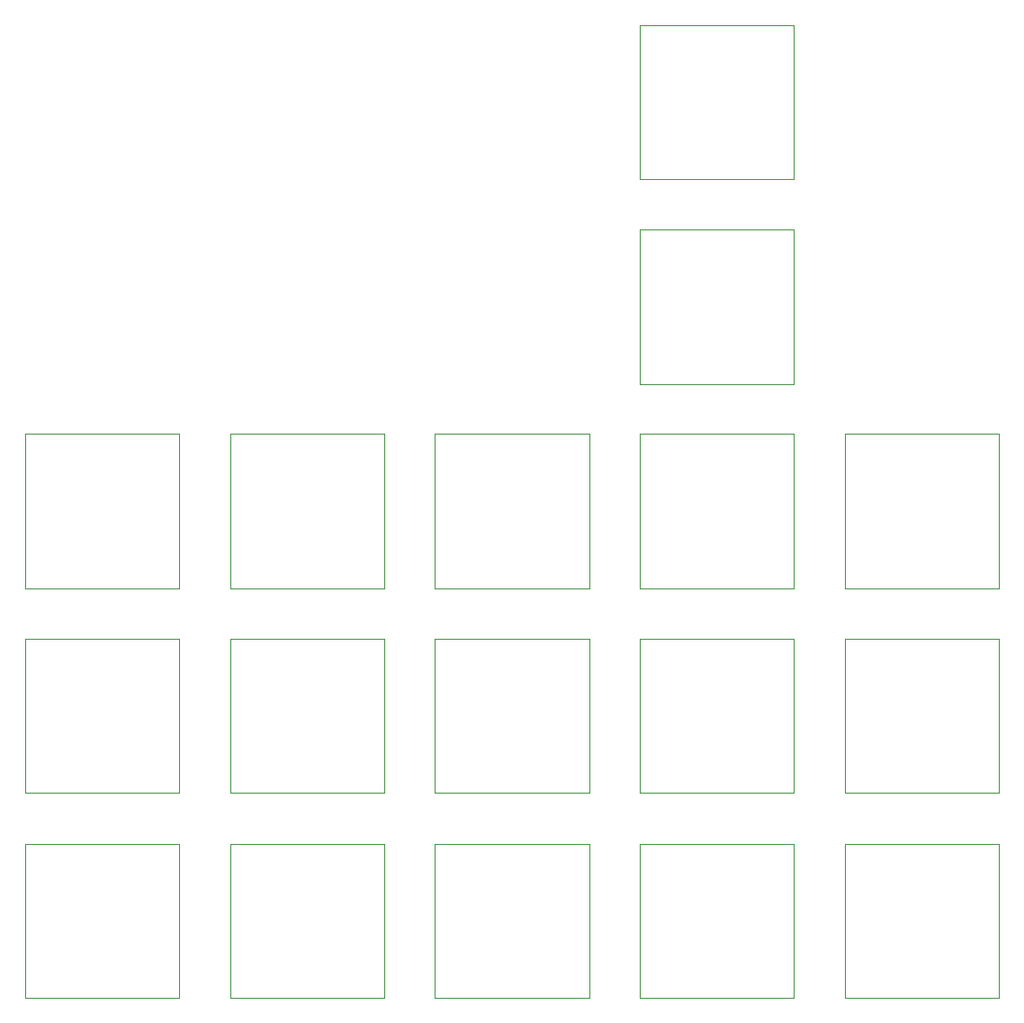
<source format=gbr>
%TF.GenerationSoftware,KiCad,Pcbnew,8.0.6*%
%TF.CreationDate,2025-02-04T14:10:00-07:00*%
%TF.ProjectId,Modular MacroPad,4d6f6475-6c61-4722-904d-6163726f5061,rev?*%
%TF.SameCoordinates,Original*%
%TF.FileFunction,Other,ECO2*%
%FSLAX46Y46*%
G04 Gerber Fmt 4.6, Leading zero omitted, Abs format (unit mm)*
G04 Created by KiCad (PCBNEW 8.0.6) date 2025-02-04 14:10:00*
%MOMM*%
%LPD*%
G01*
G04 APERTURE LIST*
%ADD10C,0.120000*%
G04 APERTURE END LIST*
%TO.C,SW6*%
D10*
X141241790Y-87083608D02*
X155241790Y-87083608D01*
X155241790Y-101083608D01*
X141241790Y-101083608D01*
X141241790Y-87083608D01*
%TO.C,SW13*%
X178441790Y-105683608D02*
X192441790Y-105683608D01*
X192441790Y-119683608D01*
X178441790Y-119683608D01*
X178441790Y-105683608D01*
%TO.C,SW12*%
X159841790Y-105683608D02*
X173841790Y-105683608D01*
X173841790Y-119683608D01*
X159841790Y-119683608D01*
X159841790Y-105683608D01*
%TO.C,SW9*%
X104041790Y-105683608D02*
X118041790Y-105683608D01*
X118041790Y-119683608D01*
X104041790Y-119683608D01*
X104041790Y-105683608D01*
%TO.C,SW5*%
X122641790Y-87083608D02*
X136641790Y-87083608D01*
X136641790Y-101083608D01*
X122641790Y-101083608D01*
X122641790Y-87083608D01*
%TO.C,SW11*%
X141241790Y-105683608D02*
X155241790Y-105683608D01*
X155241790Y-119683608D01*
X141241790Y-119683608D01*
X141241790Y-105683608D01*
%TO.C,SW10*%
X122641790Y-105683608D02*
X136641790Y-105683608D01*
X136641790Y-119683608D01*
X122641790Y-119683608D01*
X122641790Y-105683608D01*
%TO.C,SW14*%
X104041790Y-124283608D02*
X118041790Y-124283608D01*
X118041790Y-138283608D01*
X104041790Y-138283608D01*
X104041790Y-124283608D01*
%TO.C,SW18*%
X178441790Y-124283608D02*
X192441790Y-124283608D01*
X192441790Y-138283608D01*
X178441790Y-138283608D01*
X178441790Y-124283608D01*
%TO.C,SW4*%
X104041790Y-87083608D02*
X118041790Y-87083608D01*
X118041790Y-101083608D01*
X104041790Y-101083608D01*
X104041790Y-87083608D01*
%TO.C,SW15*%
X122641790Y-124283608D02*
X136641790Y-124283608D01*
X136641790Y-138283608D01*
X122641790Y-138283608D01*
X122641790Y-124283608D01*
%TO.C,SW8*%
X178441790Y-87083608D02*
X192441790Y-87083608D01*
X192441790Y-101083608D01*
X178441790Y-101083608D01*
X178441790Y-87083608D01*
%TO.C,SW7*%
X159841790Y-87083608D02*
X173841790Y-87083608D01*
X173841790Y-101083608D01*
X159841790Y-101083608D01*
X159841790Y-87083608D01*
%TO.C,SW3*%
X159845590Y-68538989D02*
X173845590Y-68538989D01*
X173845590Y-82538989D01*
X159845590Y-82538989D01*
X159845590Y-68538989D01*
%TO.C,SW17*%
X159841790Y-124283608D02*
X173841790Y-124283608D01*
X173841790Y-138283608D01*
X159841790Y-138283608D01*
X159841790Y-124283608D01*
%TO.C,SW16*%
X141241790Y-124283608D02*
X155241790Y-124283608D01*
X155241790Y-138283608D01*
X141241790Y-138283608D01*
X141241790Y-124283608D01*
%TO.C,SW1*%
X159845590Y-49920789D02*
X173845590Y-49920789D01*
X173845590Y-63920789D01*
X159845590Y-63920789D01*
X159845590Y-49920789D01*
%TD*%
M02*

</source>
